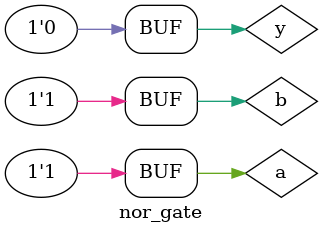
<source format=v>

module nor_gate;
    reg a, b;
    wire y;
    nor nor_gate(y, a, b);
    initial begin
        #0 a = 0;
        b = 0;
        #5 a = 0;
        b = 1;
        #10 a = 1;
        b = 0;
        #15 a = 1;
        b = 1;
    end
    initial begin
        $monitor($time, "a = %b, b = %b, y = %b", a, b, y);
    end
    initial begin
        $dumpfile("nor_gate.vcd");
        $dumpvars(0, nor_gate);
    end
endmodule

</source>
